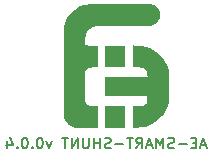
<source format=gbr>
%TF.GenerationSoftware,KiCad,Pcbnew,9.0.4*%
%TF.CreationDate,2025-09-10T21:24:44+08:00*%
%TF.ProjectId,smart_shunt_v0.0.1,736d6172-745f-4736-9875-6e745f76302e,v0.0.4*%
%TF.SameCoordinates,Original*%
%TF.FileFunction,Legend,Bot*%
%TF.FilePolarity,Positive*%
%FSLAX46Y46*%
G04 Gerber Fmt 4.6, Leading zero omitted, Abs format (unit mm)*
G04 Created by KiCad (PCBNEW 9.0.4) date 2025-09-10 21:24:44*
%MOMM*%
%LPD*%
G01*
G04 APERTURE LIST*
%ADD10C,0.150000*%
%ADD11C,0.000000*%
G04 APERTURE END LIST*
D10*
X151738698Y-89596223D02*
X151310127Y-89596223D01*
X151824412Y-89853366D02*
X151524412Y-88953366D01*
X151524412Y-88953366D02*
X151224412Y-89853366D01*
X150924412Y-89381937D02*
X150624412Y-89381937D01*
X150495840Y-89853366D02*
X150924412Y-89853366D01*
X150924412Y-89853366D02*
X150924412Y-88953366D01*
X150924412Y-88953366D02*
X150495840Y-88953366D01*
X150110126Y-89510509D02*
X149424412Y-89510509D01*
X149038697Y-89810509D02*
X148910126Y-89853366D01*
X148910126Y-89853366D02*
X148695840Y-89853366D01*
X148695840Y-89853366D02*
X148610126Y-89810509D01*
X148610126Y-89810509D02*
X148567268Y-89767651D01*
X148567268Y-89767651D02*
X148524411Y-89681937D01*
X148524411Y-89681937D02*
X148524411Y-89596223D01*
X148524411Y-89596223D02*
X148567268Y-89510509D01*
X148567268Y-89510509D02*
X148610126Y-89467651D01*
X148610126Y-89467651D02*
X148695840Y-89424794D01*
X148695840Y-89424794D02*
X148867268Y-89381937D01*
X148867268Y-89381937D02*
X148952983Y-89339080D01*
X148952983Y-89339080D02*
X148995840Y-89296223D01*
X148995840Y-89296223D02*
X149038697Y-89210509D01*
X149038697Y-89210509D02*
X149038697Y-89124794D01*
X149038697Y-89124794D02*
X148995840Y-89039080D01*
X148995840Y-89039080D02*
X148952983Y-88996223D01*
X148952983Y-88996223D02*
X148867268Y-88953366D01*
X148867268Y-88953366D02*
X148652983Y-88953366D01*
X148652983Y-88953366D02*
X148524411Y-88996223D01*
X148138697Y-89853366D02*
X148138697Y-88953366D01*
X148138697Y-88953366D02*
X147838697Y-89596223D01*
X147838697Y-89596223D02*
X147538697Y-88953366D01*
X147538697Y-88953366D02*
X147538697Y-89853366D01*
X147152983Y-89596223D02*
X146724412Y-89596223D01*
X147238697Y-89853366D02*
X146938697Y-88953366D01*
X146938697Y-88953366D02*
X146638697Y-89853366D01*
X145824411Y-89853366D02*
X146124411Y-89424794D01*
X146338697Y-89853366D02*
X146338697Y-88953366D01*
X146338697Y-88953366D02*
X145995840Y-88953366D01*
X145995840Y-88953366D02*
X145910125Y-88996223D01*
X145910125Y-88996223D02*
X145867268Y-89039080D01*
X145867268Y-89039080D02*
X145824411Y-89124794D01*
X145824411Y-89124794D02*
X145824411Y-89253366D01*
X145824411Y-89253366D02*
X145867268Y-89339080D01*
X145867268Y-89339080D02*
X145910125Y-89381937D01*
X145910125Y-89381937D02*
X145995840Y-89424794D01*
X145995840Y-89424794D02*
X146338697Y-89424794D01*
X145567268Y-88953366D02*
X145052983Y-88953366D01*
X145310125Y-89853366D02*
X145310125Y-88953366D01*
X144752983Y-89510509D02*
X144067269Y-89510509D01*
X143681554Y-89810509D02*
X143552983Y-89853366D01*
X143552983Y-89853366D02*
X143338697Y-89853366D01*
X143338697Y-89853366D02*
X143252983Y-89810509D01*
X143252983Y-89810509D02*
X143210125Y-89767651D01*
X143210125Y-89767651D02*
X143167268Y-89681937D01*
X143167268Y-89681937D02*
X143167268Y-89596223D01*
X143167268Y-89596223D02*
X143210125Y-89510509D01*
X143210125Y-89510509D02*
X143252983Y-89467651D01*
X143252983Y-89467651D02*
X143338697Y-89424794D01*
X143338697Y-89424794D02*
X143510125Y-89381937D01*
X143510125Y-89381937D02*
X143595840Y-89339080D01*
X143595840Y-89339080D02*
X143638697Y-89296223D01*
X143638697Y-89296223D02*
X143681554Y-89210509D01*
X143681554Y-89210509D02*
X143681554Y-89124794D01*
X143681554Y-89124794D02*
X143638697Y-89039080D01*
X143638697Y-89039080D02*
X143595840Y-88996223D01*
X143595840Y-88996223D02*
X143510125Y-88953366D01*
X143510125Y-88953366D02*
X143295840Y-88953366D01*
X143295840Y-88953366D02*
X143167268Y-88996223D01*
X142781554Y-89853366D02*
X142781554Y-88953366D01*
X142781554Y-89381937D02*
X142267268Y-89381937D01*
X142267268Y-89853366D02*
X142267268Y-88953366D01*
X141838697Y-88953366D02*
X141838697Y-89681937D01*
X141838697Y-89681937D02*
X141795840Y-89767651D01*
X141795840Y-89767651D02*
X141752983Y-89810509D01*
X141752983Y-89810509D02*
X141667268Y-89853366D01*
X141667268Y-89853366D02*
X141495840Y-89853366D01*
X141495840Y-89853366D02*
X141410125Y-89810509D01*
X141410125Y-89810509D02*
X141367268Y-89767651D01*
X141367268Y-89767651D02*
X141324411Y-89681937D01*
X141324411Y-89681937D02*
X141324411Y-88953366D01*
X140895840Y-89853366D02*
X140895840Y-88953366D01*
X140895840Y-88953366D02*
X140381554Y-89853366D01*
X140381554Y-89853366D02*
X140381554Y-88953366D01*
X140081554Y-88953366D02*
X139567269Y-88953366D01*
X139824411Y-89853366D02*
X139824411Y-88953366D01*
X138667269Y-89253366D02*
X138452983Y-89853366D01*
X138452983Y-89853366D02*
X138238698Y-89253366D01*
X137724412Y-88953366D02*
X137638698Y-88953366D01*
X137638698Y-88953366D02*
X137552984Y-88996223D01*
X137552984Y-88996223D02*
X137510127Y-89039080D01*
X137510127Y-89039080D02*
X137467269Y-89124794D01*
X137467269Y-89124794D02*
X137424412Y-89296223D01*
X137424412Y-89296223D02*
X137424412Y-89510509D01*
X137424412Y-89510509D02*
X137467269Y-89681937D01*
X137467269Y-89681937D02*
X137510127Y-89767651D01*
X137510127Y-89767651D02*
X137552984Y-89810509D01*
X137552984Y-89810509D02*
X137638698Y-89853366D01*
X137638698Y-89853366D02*
X137724412Y-89853366D01*
X137724412Y-89853366D02*
X137810127Y-89810509D01*
X137810127Y-89810509D02*
X137852984Y-89767651D01*
X137852984Y-89767651D02*
X137895841Y-89681937D01*
X137895841Y-89681937D02*
X137938698Y-89510509D01*
X137938698Y-89510509D02*
X137938698Y-89296223D01*
X137938698Y-89296223D02*
X137895841Y-89124794D01*
X137895841Y-89124794D02*
X137852984Y-89039080D01*
X137852984Y-89039080D02*
X137810127Y-88996223D01*
X137810127Y-88996223D02*
X137724412Y-88953366D01*
X137038698Y-89767651D02*
X136995841Y-89810509D01*
X136995841Y-89810509D02*
X137038698Y-89853366D01*
X137038698Y-89853366D02*
X137081555Y-89810509D01*
X137081555Y-89810509D02*
X137038698Y-89767651D01*
X137038698Y-89767651D02*
X137038698Y-89853366D01*
X136438698Y-88953366D02*
X136352984Y-88953366D01*
X136352984Y-88953366D02*
X136267270Y-88996223D01*
X136267270Y-88996223D02*
X136224413Y-89039080D01*
X136224413Y-89039080D02*
X136181555Y-89124794D01*
X136181555Y-89124794D02*
X136138698Y-89296223D01*
X136138698Y-89296223D02*
X136138698Y-89510509D01*
X136138698Y-89510509D02*
X136181555Y-89681937D01*
X136181555Y-89681937D02*
X136224413Y-89767651D01*
X136224413Y-89767651D02*
X136267270Y-89810509D01*
X136267270Y-89810509D02*
X136352984Y-89853366D01*
X136352984Y-89853366D02*
X136438698Y-89853366D01*
X136438698Y-89853366D02*
X136524413Y-89810509D01*
X136524413Y-89810509D02*
X136567270Y-89767651D01*
X136567270Y-89767651D02*
X136610127Y-89681937D01*
X136610127Y-89681937D02*
X136652984Y-89510509D01*
X136652984Y-89510509D02*
X136652984Y-89296223D01*
X136652984Y-89296223D02*
X136610127Y-89124794D01*
X136610127Y-89124794D02*
X136567270Y-89039080D01*
X136567270Y-89039080D02*
X136524413Y-88996223D01*
X136524413Y-88996223D02*
X136438698Y-88953366D01*
X135752984Y-89767651D02*
X135710127Y-89810509D01*
X135710127Y-89810509D02*
X135752984Y-89853366D01*
X135752984Y-89853366D02*
X135795841Y-89810509D01*
X135795841Y-89810509D02*
X135752984Y-89767651D01*
X135752984Y-89767651D02*
X135752984Y-89853366D01*
X134938699Y-89253366D02*
X134938699Y-89853366D01*
X135152984Y-88910509D02*
X135367270Y-89553366D01*
X135367270Y-89553366D02*
X134810127Y-89553366D01*
D11*
%TO.C,G\u002A\u002A\u002A*%
G36*
X144910448Y-81233886D02*
G01*
X144913227Y-81259080D01*
X144916741Y-81338175D01*
X144916648Y-81437487D01*
X144912829Y-81541396D01*
X144909639Y-81618961D01*
X144906667Y-81732166D01*
X144904071Y-81872321D01*
X144901979Y-82031298D01*
X144900518Y-82200972D01*
X144899815Y-82373217D01*
X144898793Y-82993377D01*
X144063266Y-82987733D01*
X143227740Y-82982089D01*
X143227740Y-81149322D01*
X144061907Y-81143679D01*
X144896075Y-81138037D01*
X144910448Y-81233886D01*
G37*
G36*
X144909574Y-86259509D02*
G01*
X144910896Y-87154330D01*
X144910768Y-87363914D01*
X144909669Y-87563330D01*
X144907636Y-87734470D01*
X144904732Y-87874366D01*
X144901021Y-87980048D01*
X144896564Y-88048549D01*
X144891425Y-88076900D01*
X144890524Y-88077928D01*
X144874529Y-88085060D01*
X144840111Y-88090706D01*
X144783743Y-88094958D01*
X144701897Y-88097906D01*
X144591046Y-88099640D01*
X144447661Y-88100251D01*
X144268217Y-88099828D01*
X144049185Y-88098461D01*
X143227740Y-88092276D01*
X143222117Y-87170251D01*
X143216496Y-86248228D01*
X144909574Y-86259509D01*
G37*
G36*
X145810869Y-81145609D02*
G01*
X145956028Y-81154636D01*
X146325055Y-81198715D01*
X146665157Y-81272622D01*
X146979046Y-81377564D01*
X147269439Y-81514752D01*
X147539050Y-81685392D01*
X147790595Y-81890694D01*
X148026789Y-82131865D01*
X148159139Y-82291332D01*
X148302577Y-82498625D01*
X148416417Y-82713406D01*
X148506429Y-82946959D01*
X148578381Y-83210565D01*
X148639794Y-83478015D01*
X148639794Y-84556113D01*
X148639765Y-84727108D01*
X148639542Y-84945141D01*
X148638958Y-85127442D01*
X148637849Y-85278407D01*
X148636055Y-85402437D01*
X148633412Y-85503928D01*
X148629757Y-85587280D01*
X148624927Y-85656892D01*
X148618761Y-85717161D01*
X148611096Y-85772486D01*
X148601766Y-85827266D01*
X148590612Y-85885899D01*
X148572752Y-85975356D01*
X148541651Y-86117677D01*
X148511017Y-86234862D01*
X148477320Y-86338411D01*
X148437033Y-86439822D01*
X148386626Y-86550595D01*
X148344403Y-86635592D01*
X148257781Y-86786223D01*
X148157619Y-86928654D01*
X148036267Y-87073278D01*
X147886073Y-87230486D01*
X147651699Y-87446599D01*
X147399605Y-87637962D01*
X147139365Y-87791966D01*
X146865742Y-87910864D01*
X146573499Y-87996908D01*
X146257399Y-88052349D01*
X145912205Y-88079442D01*
X145827303Y-88082435D01*
X145717282Y-88085600D01*
X145627746Y-88087324D01*
X145566228Y-88087475D01*
X145540261Y-88085922D01*
X145538304Y-88078365D01*
X145535004Y-88033719D01*
X145531996Y-87952947D01*
X145529359Y-87840523D01*
X145527172Y-87700924D01*
X145525511Y-87538626D01*
X145524458Y-87358106D01*
X145524090Y-87163840D01*
X145524090Y-86248727D01*
X145898481Y-86248728D01*
X145988272Y-86248147D01*
X146117233Y-86245372D01*
X146233034Y-86240702D01*
X146325690Y-86234573D01*
X146385213Y-86227423D01*
X146387150Y-86227052D01*
X146523160Y-86179810D01*
X146636958Y-86096313D01*
X146724930Y-85979202D01*
X146747809Y-85935674D01*
X146767526Y-85885992D01*
X146778744Y-85831230D01*
X146783823Y-85758715D01*
X146785122Y-85655774D01*
X146785465Y-85440154D01*
X145006603Y-85429373D01*
X143227740Y-85418592D01*
X143227740Y-83823006D01*
X145014434Y-83817491D01*
X146801128Y-83811975D01*
X146792128Y-83591090D01*
X146788713Y-83529104D01*
X146771522Y-83393216D01*
X146739463Y-83285930D01*
X146688945Y-83197588D01*
X146616378Y-83118537D01*
X146574035Y-83084099D01*
X146517498Y-83051502D01*
X146448885Y-83027372D01*
X146362006Y-83010577D01*
X146250669Y-82999985D01*
X146108681Y-82994460D01*
X145929854Y-82992871D01*
X145524090Y-82992870D01*
X145524090Y-81131855D01*
X145810869Y-81145609D01*
G37*
G36*
X145996613Y-77604640D02*
G01*
X146213994Y-77605254D01*
X146402762Y-77606448D01*
X146565308Y-77608288D01*
X146704027Y-77610842D01*
X146821311Y-77614176D01*
X146919553Y-77618359D01*
X147001144Y-77623456D01*
X147068479Y-77629535D01*
X147123948Y-77636664D01*
X147169946Y-77644908D01*
X147208865Y-77654336D01*
X147243097Y-77665015D01*
X147275035Y-77677011D01*
X147307073Y-77690392D01*
X147356755Y-77713473D01*
X147515873Y-77814924D01*
X147649057Y-77943726D01*
X147753555Y-78094060D01*
X147826612Y-78260108D01*
X147865473Y-78436053D01*
X147867388Y-78616075D01*
X147829599Y-78794357D01*
X147780074Y-78921705D01*
X147684591Y-79089296D01*
X147562598Y-79225280D01*
X147410273Y-79333593D01*
X147223792Y-79418173D01*
X147087333Y-79467488D01*
X142343699Y-79489050D01*
X142223957Y-79537528D01*
X142111916Y-79591350D01*
X141941789Y-79709020D01*
X141793765Y-79857647D01*
X141673794Y-80030827D01*
X141587827Y-80222157D01*
X141578192Y-80251087D01*
X141559054Y-80314321D01*
X141545568Y-80373758D01*
X141536674Y-80438780D01*
X141531312Y-80518773D01*
X141528424Y-80623121D01*
X141526948Y-80761206D01*
X141524344Y-81127760D01*
X142063394Y-81138541D01*
X142602443Y-81149322D01*
X142602443Y-82982089D01*
X142234192Y-82992870D01*
X142224369Y-82993158D01*
X142092540Y-82997272D01*
X141995532Y-83001541D01*
X141925557Y-83007217D01*
X141874827Y-83015551D01*
X141835556Y-83027793D01*
X141799955Y-83045195D01*
X141760236Y-83069008D01*
X141683277Y-83125237D01*
X141590478Y-83232594D01*
X141534398Y-83362125D01*
X141531432Y-83379985D01*
X141526686Y-83445514D01*
X141522872Y-83552431D01*
X141520004Y-83699622D01*
X141518097Y-83885967D01*
X141517163Y-84110349D01*
X141517217Y-84371652D01*
X141518273Y-84668757D01*
X141518384Y-84691346D01*
X141519662Y-84957076D01*
X141520934Y-85183457D01*
X141522576Y-85373987D01*
X141524965Y-85532165D01*
X141528477Y-85661488D01*
X141533488Y-85765455D01*
X141540375Y-85847565D01*
X141549514Y-85911317D01*
X141561282Y-85960207D01*
X141576055Y-85997736D01*
X141594211Y-86027401D01*
X141616123Y-86052700D01*
X141642171Y-86077134D01*
X141672728Y-86104199D01*
X141714381Y-86139644D01*
X141766594Y-86175608D01*
X141823527Y-86201686D01*
X141892861Y-86219737D01*
X141982274Y-86231618D01*
X142099448Y-86239185D01*
X142252061Y-86244297D01*
X142613224Y-86253704D01*
X142613224Y-88078631D01*
X142553928Y-88088506D01*
X142542932Y-88089509D01*
X142490305Y-88091393D01*
X142401711Y-88092946D01*
X142282001Y-88094135D01*
X142136027Y-88094930D01*
X141968638Y-88095300D01*
X141784690Y-88095215D01*
X141589030Y-88094643D01*
X140683428Y-88090903D01*
X140515923Y-88032312D01*
X140387622Y-87982758D01*
X140278826Y-87927251D01*
X140177977Y-87857510D01*
X140068181Y-87763387D01*
X140039684Y-87736090D01*
X139919231Y-87591716D01*
X139817438Y-87421926D01*
X139742923Y-87240578D01*
X139740710Y-87233584D01*
X139735222Y-87215317D01*
X139730232Y-87195768D01*
X139725720Y-87172945D01*
X139721663Y-87144856D01*
X139718039Y-87109508D01*
X139714827Y-87064908D01*
X139712005Y-87009064D01*
X139709551Y-86939984D01*
X139707443Y-86855675D01*
X139705660Y-86754144D01*
X139704179Y-86633400D01*
X139702979Y-86491449D01*
X139702038Y-86326299D01*
X139701335Y-86135957D01*
X139700847Y-85918432D01*
X139700552Y-85671730D01*
X139700430Y-85393859D01*
X139700457Y-85082826D01*
X139700613Y-84736641D01*
X139700875Y-84353308D01*
X139701221Y-83930837D01*
X139701631Y-83467234D01*
X139701765Y-83330527D01*
X139702347Y-82897234D01*
X139703143Y-82482993D01*
X139704143Y-82089660D01*
X139705336Y-81719084D01*
X139706708Y-81373118D01*
X139708250Y-81053612D01*
X139709948Y-80762419D01*
X139711793Y-80501389D01*
X139713772Y-80272374D01*
X139715873Y-80077226D01*
X139718086Y-79917795D01*
X139720398Y-79795934D01*
X139722799Y-79713494D01*
X139725276Y-79672327D01*
X139732246Y-79617679D01*
X139747152Y-79508997D01*
X139761274Y-79424712D01*
X139777339Y-79351718D01*
X139798073Y-79276910D01*
X139826202Y-79187183D01*
X139888253Y-79023694D01*
X140015001Y-78780402D01*
X140178352Y-78545260D01*
X140374391Y-78323665D01*
X140599203Y-78121016D01*
X140640669Y-78088285D01*
X140847667Y-77944605D01*
X141061878Y-77830725D01*
X141294488Y-77741393D01*
X141556687Y-77671353D01*
X141804650Y-77616461D01*
X144369682Y-77607998D01*
X144396775Y-77607908D01*
X144793110Y-77606632D01*
X145148868Y-77605601D01*
X145466443Y-77604880D01*
X145748228Y-77604537D01*
X145996613Y-77604640D01*
G37*
%TD*%
M02*

</source>
